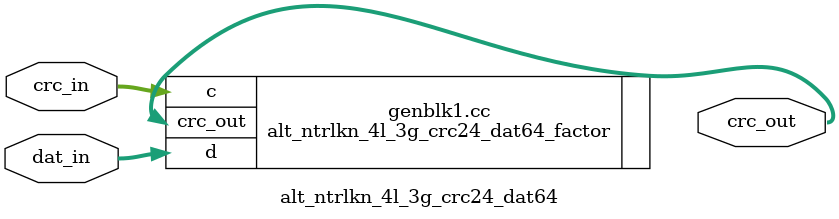
<source format=v>


`timescale 1 ps / 1 ps


module alt_ntrlkn_4l_3g_crc24_dat64 (
	input[23:0] crc_in,
	input[63:0] dat_in,
	output[23:0] crc_out
);

parameter METHOD = 1;

generate
  if (METHOD == 0)
    alt_ntrlkn_4l_3g_crc24_dat64_flat cc (.c(crc_in),.d(dat_in),.crc_out(crc_out));
  else
    alt_ntrlkn_4l_3g_crc24_dat64_factor cc (.c(crc_in),.d(dat_in),.crc_out(crc_out));
endgenerate

endmodule

</source>
